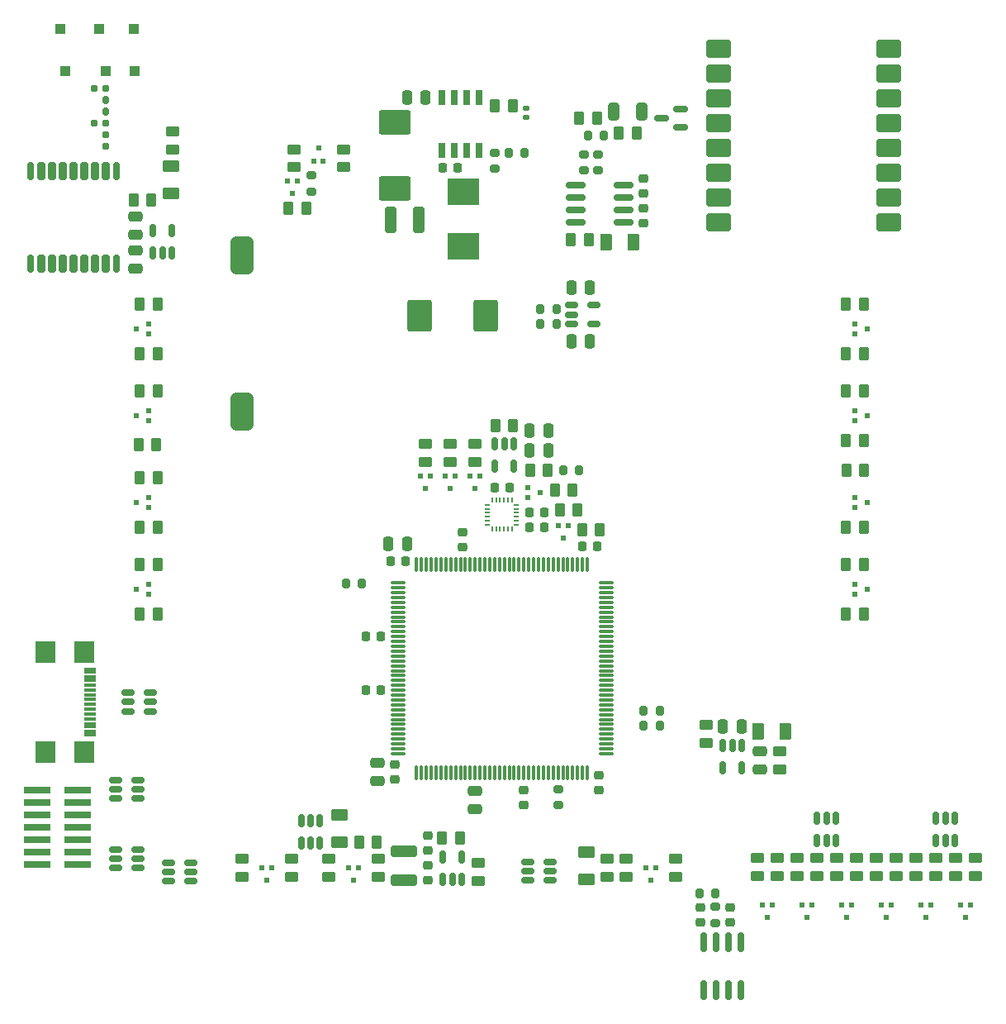
<source format=gtp>
%TF.GenerationSoftware,KiCad,Pcbnew,7.0.9*%
%TF.CreationDate,2023-11-27T13:52:55+01:00*%
%TF.ProjectId,Avionus_Flight_Controller,4176696f-6e75-4735-9f46-6c696768745f,1.0*%
%TF.SameCoordinates,Original*%
%TF.FileFunction,Paste,Top*%
%TF.FilePolarity,Positive*%
%FSLAX46Y46*%
G04 Gerber Fmt 4.6, Leading zero omitted, Abs format (unit mm)*
G04 Created by KiCad (PCBNEW 7.0.9) date 2023-11-27 13:52:55*
%MOMM*%
%LPD*%
G01*
G04 APERTURE LIST*
G04 Aperture macros list*
%AMRoundRect*
0 Rectangle with rounded corners*
0 $1 Rounding radius*
0 $2 $3 $4 $5 $6 $7 $8 $9 X,Y pos of 4 corners*
0 Add a 4 corners polygon primitive as box body*
4,1,4,$2,$3,$4,$5,$6,$7,$8,$9,$2,$3,0*
0 Add four circle primitives for the rounded corners*
1,1,$1+$1,$2,$3*
1,1,$1+$1,$4,$5*
1,1,$1+$1,$6,$7*
1,1,$1+$1,$8,$9*
0 Add four rect primitives between the rounded corners*
20,1,$1+$1,$2,$3,$4,$5,0*
20,1,$1+$1,$4,$5,$6,$7,0*
20,1,$1+$1,$6,$7,$8,$9,0*
20,1,$1+$1,$8,$9,$2,$3,0*%
G04 Aperture macros list end*
%ADD10RoundRect,0.200000X-0.200000X-0.275000X0.200000X-0.275000X0.200000X0.275000X-0.200000X0.275000X0*%
%ADD11RoundRect,0.250000X0.262500X0.450000X-0.262500X0.450000X-0.262500X-0.450000X0.262500X-0.450000X0*%
%ADD12R,0.500000X0.600000*%
%ADD13RoundRect,0.225000X0.250000X-0.225000X0.250000X0.225000X-0.250000X0.225000X-0.250000X-0.225000X0*%
%ADD14RoundRect,0.250000X-0.625000X0.375000X-0.625000X-0.375000X0.625000X-0.375000X0.625000X0.375000X0*%
%ADD15RoundRect,0.225000X0.225000X0.250000X-0.225000X0.250000X-0.225000X-0.250000X0.225000X-0.250000X0*%
%ADD16RoundRect,0.150000X0.512500X0.150000X-0.512500X0.150000X-0.512500X-0.150000X0.512500X-0.150000X0*%
%ADD17RoundRect,0.200000X0.275000X-0.200000X0.275000X0.200000X-0.275000X0.200000X-0.275000X-0.200000X0*%
%ADD18RoundRect,0.250000X-0.262500X-0.450000X0.262500X-0.450000X0.262500X0.450000X-0.262500X0.450000X0*%
%ADD19RoundRect,0.250000X0.325000X0.650000X-0.325000X0.650000X-0.325000X-0.650000X0.325000X-0.650000X0*%
%ADD20RoundRect,0.225000X-0.250000X0.225000X-0.250000X-0.225000X0.250000X-0.225000X0.250000X0.225000X0*%
%ADD21RoundRect,0.150000X0.150000X-0.825000X0.150000X0.825000X-0.150000X0.825000X-0.150000X-0.825000X0*%
%ADD22R,0.600000X0.500000*%
%ADD23RoundRect,0.250000X-0.250000X-0.475000X0.250000X-0.475000X0.250000X0.475000X-0.250000X0.475000X0*%
%ADD24RoundRect,0.150000X-0.825000X-0.150000X0.825000X-0.150000X0.825000X0.150000X-0.825000X0.150000X0*%
%ADD25RoundRect,0.250000X0.450000X-0.262500X0.450000X0.262500X-0.450000X0.262500X-0.450000X-0.262500X0*%
%ADD26RoundRect,0.160000X-0.160000X0.197500X-0.160000X-0.197500X0.160000X-0.197500X0.160000X0.197500X0*%
%ADD27RoundRect,0.200000X-0.275000X0.200000X-0.275000X-0.200000X0.275000X-0.200000X0.275000X0.200000X0*%
%ADD28RoundRect,0.150000X-0.512500X-0.150000X0.512500X-0.150000X0.512500X0.150000X-0.512500X0.150000X0*%
%ADD29RoundRect,0.250000X0.375000X0.625000X-0.375000X0.625000X-0.375000X-0.625000X0.375000X-0.625000X0*%
%ADD30RoundRect,0.150000X-0.150000X0.512500X-0.150000X-0.512500X0.150000X-0.512500X0.150000X0.512500X0*%
%ADD31RoundRect,0.250000X0.475000X-0.250000X0.475000X0.250000X-0.475000X0.250000X-0.475000X-0.250000X0*%
%ADD32RoundRect,0.250000X1.400000X1.000000X-1.400000X1.000000X-1.400000X-1.000000X1.400000X-1.000000X0*%
%ADD33RoundRect,0.155000X-0.212500X-0.155000X0.212500X-0.155000X0.212500X0.155000X-0.212500X0.155000X0*%
%ADD34RoundRect,0.250000X-0.375000X-0.625000X0.375000X-0.625000X0.375000X0.625000X-0.375000X0.625000X0*%
%ADD35RoundRect,0.050000X0.050000X-0.225000X0.050000X0.225000X-0.050000X0.225000X-0.050000X-0.225000X0*%
%ADD36RoundRect,0.050000X0.225000X0.050000X-0.225000X0.050000X-0.225000X-0.050000X0.225000X-0.050000X0*%
%ADD37RoundRect,0.250000X-0.475000X0.250000X-0.475000X-0.250000X0.475000X-0.250000X0.475000X0.250000X0*%
%ADD38RoundRect,0.150000X0.587500X0.150000X-0.587500X0.150000X-0.587500X-0.150000X0.587500X-0.150000X0*%
%ADD39RoundRect,0.150000X0.150000X-0.512500X0.150000X0.512500X-0.150000X0.512500X-0.150000X-0.512500X0*%
%ADD40RoundRect,0.200000X0.200000X0.275000X-0.200000X0.275000X-0.200000X-0.275000X0.200000X-0.275000X0*%
%ADD41R,3.200000X2.800000*%
%ADD42RoundRect,0.250000X-0.450000X0.262500X-0.450000X-0.262500X0.450000X-0.262500X0.450000X0.262500X0*%
%ADD43RoundRect,0.250000X0.325000X1.100000X-0.325000X1.100000X-0.325000X-1.100000X0.325000X-1.100000X0*%
%ADD44RoundRect,0.155000X0.212500X0.155000X-0.212500X0.155000X-0.212500X-0.155000X0.212500X-0.155000X0*%
%ADD45RoundRect,0.250000X0.250000X0.475000X-0.250000X0.475000X-0.250000X-0.475000X0.250000X-0.475000X0*%
%ADD46R,1.150000X0.300000*%
%ADD47R,2.000000X2.180000*%
%ADD48RoundRect,0.225000X-0.225000X-0.250000X0.225000X-0.250000X0.225000X0.250000X-0.225000X0.250000X0*%
%ADD49RoundRect,0.160000X0.160000X-0.222500X0.160000X0.222500X-0.160000X0.222500X-0.160000X-0.222500X0*%
%ADD50R,0.650000X1.525000*%
%ADD51RoundRect,0.250000X-1.000000X1.400000X-1.000000X-1.400000X1.000000X-1.400000X1.000000X1.400000X0*%
%ADD52RoundRect,0.600000X0.600000X-1.350000X0.600000X1.350000X-0.600000X1.350000X-0.600000X-1.350000X0*%
%ADD53R,1.000000X1.000000*%
%ADD54RoundRect,0.140000X-0.170000X0.140000X-0.170000X-0.140000X0.170000X-0.140000X0.170000X0.140000X0*%
%ADD55RoundRect,0.075000X0.662500X0.075000X-0.662500X0.075000X-0.662500X-0.075000X0.662500X-0.075000X0*%
%ADD56RoundRect,0.075000X0.075000X0.662500X-0.075000X0.662500X-0.075000X-0.662500X0.075000X-0.662500X0*%
%ADD57RoundRect,0.178000X1.072000X0.712000X-1.072000X0.712000X-1.072000X-0.712000X1.072000X-0.712000X0*%
%ADD58RoundRect,0.250000X1.100000X-0.325000X1.100000X0.325000X-1.100000X0.325000X-1.100000X-0.325000X0*%
%ADD59RoundRect,0.175000X0.175000X-0.725000X0.175000X0.725000X-0.175000X0.725000X-0.175000X-0.725000X0*%
%ADD60RoundRect,0.200000X0.200000X-0.700000X0.200000X0.700000X-0.200000X0.700000X-0.200000X-0.700000X0*%
%ADD61R,2.790000X0.740000*%
G04 APERTURE END LIST*
D10*
%TO.C,R207*%
X76886300Y-39175800D03*
X78536300Y-39175800D03*
%TD*%
D11*
%TO.C,R1221*%
X40917500Y-59690000D03*
X39092500Y-59690000D03*
%TD*%
D12*
%TO.C,Q1505*%
X73906000Y-72248000D03*
X72906000Y-72248000D03*
X73406000Y-73548000D03*
%TD*%
D11*
%TO.C,R1228*%
X113307500Y-86360000D03*
X111482500Y-86360000D03*
%TD*%
D13*
%TO.C,C212*%
X68580000Y-113678000D03*
X68580000Y-112128000D03*
%TD*%
D14*
%TO.C,D208*%
X59563000Y-106931000D03*
X59563000Y-109731000D03*
%TD*%
D15*
%TO.C,C208*%
X71641000Y-40690800D03*
X70091000Y-40690800D03*
%TD*%
D12*
%TO.C,Q1102*%
X61460000Y-112380000D03*
X60460000Y-112380000D03*
X60960000Y-113680000D03*
%TD*%
D16*
%TO.C,U1402*%
X44317500Y-113751400D03*
X44317500Y-112801400D03*
X44317500Y-111851400D03*
X42042500Y-111851400D03*
X42042500Y-112801400D03*
X42042500Y-113751400D03*
%TD*%
D12*
%TO.C,Q1101*%
X52570000Y-112380000D03*
X51570000Y-112380000D03*
X52070000Y-113680000D03*
%TD*%
D17*
%TO.C,R221*%
X98044000Y-118046000D03*
X98044000Y-116396000D03*
%TD*%
D18*
%TO.C,R1218*%
X39092500Y-63500000D03*
X40917500Y-63500000D03*
%TD*%
D16*
%TO.C,U402*%
X38881900Y-105293200D03*
X38881900Y-104343200D03*
X38881900Y-103393200D03*
X36606900Y-103393200D03*
X36606900Y-104343200D03*
X36606900Y-105293200D03*
%TD*%
D19*
%TO.C,C202*%
X90565500Y-34934000D03*
X87615500Y-34934000D03*
%TD*%
D20*
%TO.C,C220*%
X90678000Y-41770000D03*
X90678000Y-43320000D03*
%TD*%
D10*
%TO.C,R217*%
X80150200Y-55168800D03*
X81800200Y-55168800D03*
%TD*%
D21*
%TO.C,U209*%
X96901000Y-124903000D03*
X98171000Y-124903000D03*
X99441000Y-124903000D03*
X100711000Y-124903000D03*
X100711000Y-119953000D03*
X99441000Y-119953000D03*
X98171000Y-119953000D03*
X96901000Y-119953000D03*
%TD*%
D11*
%TO.C,R1223*%
X40917500Y-77470000D03*
X39092500Y-77470000D03*
%TD*%
D22*
%TO.C,Q1215*%
X112380000Y-74430000D03*
X112380000Y-75430000D03*
X113680000Y-74930000D03*
%TD*%
D11*
%TO.C,R1226*%
X113307500Y-68580000D03*
X111482500Y-68580000D03*
%TD*%
D22*
%TO.C,Q1212*%
X40020000Y-84320000D03*
X40020000Y-83320000D03*
X38720000Y-83820000D03*
%TD*%
D17*
%TO.C,R229*%
X56642000Y-43116000D03*
X56642000Y-41466000D03*
%TD*%
D23*
%TO.C,C218*%
X83317000Y-58420000D03*
X85217000Y-58420000D03*
%TD*%
D24*
%TO.C,U208*%
X83758000Y-42418000D03*
X83758000Y-43688000D03*
X83758000Y-44958000D03*
X83758000Y-46228000D03*
X88708000Y-46228000D03*
X88708000Y-44958000D03*
X88708000Y-43688000D03*
X88708000Y-42418000D03*
%TD*%
D25*
%TO.C,R1204*%
X116586000Y-113180500D03*
X116586000Y-111355500D03*
%TD*%
D11*
%TO.C,R228*%
X56157500Y-44831000D03*
X54332500Y-44831000D03*
%TD*%
D10*
%TO.C,R303*%
X60185800Y-83261200D03*
X61835800Y-83261200D03*
%TD*%
D26*
%TO.C,R1001*%
X35558000Y-37260500D03*
X35558000Y-38455500D03*
%TD*%
D25*
%TO.C,R1214*%
X122682000Y-113180500D03*
X122682000Y-111355500D03*
%TD*%
D11*
%TO.C,R1224*%
X40917500Y-86360000D03*
X39092500Y-86360000D03*
%TD*%
D18*
%TO.C,R210*%
X84114000Y-35569000D03*
X85939000Y-35569000D03*
%TD*%
D11*
%TO.C,R202*%
X71905500Y-109347000D03*
X70080500Y-109347000D03*
%TD*%
D18*
%TO.C,R1220*%
X39092500Y-81280000D03*
X40917500Y-81280000D03*
%TD*%
D25*
%TO.C,R1202*%
X108458000Y-113180500D03*
X108458000Y-111355500D03*
%TD*%
D27*
%TO.C,R304*%
X81950000Y-104331000D03*
X81950000Y-105981000D03*
%TD*%
D23*
%TO.C,C210*%
X79060000Y-67564000D03*
X80960000Y-67564000D03*
%TD*%
D25*
%TO.C,R1206*%
X106426000Y-113180500D03*
X106426000Y-111355500D03*
%TD*%
D28*
%TO.C,U207*%
X83378000Y-54742000D03*
X83378000Y-55692000D03*
X83378000Y-56642000D03*
X85653000Y-56642000D03*
X85653000Y-54742000D03*
%TD*%
D25*
%TO.C,R1215*%
X54849000Y-40583000D03*
X54849000Y-38758000D03*
%TD*%
D18*
%TO.C,R208*%
X75541500Y-67056000D03*
X77366500Y-67056000D03*
%TD*%
D17*
%TO.C,R206*%
X75476100Y-40762800D03*
X75476100Y-39112800D03*
%TD*%
D13*
%TO.C,C224*%
X99568000Y-117996000D03*
X99568000Y-116446000D03*
%TD*%
D20*
%TO.C,C305*%
X65176400Y-101790200D03*
X65176400Y-103340200D03*
%TD*%
D25*
%TO.C,R1209*%
X120650000Y-113180500D03*
X120650000Y-111355500D03*
%TD*%
D20*
%TO.C,C221*%
X96520000Y-116446000D03*
X96520000Y-117996000D03*
%TD*%
D17*
%TO.C,R222*%
X86055200Y-40957000D03*
X86055200Y-39307000D03*
%TD*%
D12*
%TO.C,Q1205*%
X120134000Y-116190000D03*
X119134000Y-116190000D03*
X119634000Y-117490000D03*
%TD*%
D14*
%TO.C,D205*%
X42291000Y-40510000D03*
X42291000Y-43310000D03*
%TD*%
D20*
%TO.C,C316*%
X78450000Y-104381000D03*
X78450000Y-105931000D03*
%TD*%
D29*
%TO.C,D204*%
X89665000Y-48260000D03*
X86865000Y-48260000D03*
%TD*%
D30*
%TO.C,U201*%
X100772000Y-99827500D03*
X99822000Y-99827500D03*
X98872000Y-99827500D03*
X98872000Y-102102500D03*
X100772000Y-102102500D03*
%TD*%
D15*
%TO.C,C308*%
X66307000Y-80924400D03*
X64757000Y-80924400D03*
%TD*%
D31*
%TO.C,C203*%
X102616000Y-102296000D03*
X102616000Y-100396000D03*
%TD*%
D32*
%TO.C,D202*%
X65214500Y-42779000D03*
X65214500Y-35979000D03*
%TD*%
D25*
%TO.C,R1205*%
X102362000Y-113180500D03*
X102362000Y-111355500D03*
%TD*%
D30*
%TO.C,U205*%
X77404000Y-68966500D03*
X76454000Y-68966500D03*
X75504000Y-68966500D03*
X75504000Y-71241500D03*
X77404000Y-71241500D03*
%TD*%
D12*
%TO.C,Q1203*%
X112006000Y-116190000D03*
X111006000Y-116190000D03*
X111506000Y-117490000D03*
%TD*%
D33*
%TO.C,C1001*%
X34423000Y-36080000D03*
X35558000Y-36080000D03*
%TD*%
D18*
%TO.C,R1217*%
X39092500Y-54610000D03*
X40917500Y-54610000D03*
%TD*%
D34*
%TO.C,D206*%
X102486000Y-98425000D03*
X105286000Y-98425000D03*
%TD*%
D12*
%TO.C,Q1202*%
X107942000Y-116190000D03*
X106942000Y-116190000D03*
X107442000Y-117490000D03*
%TD*%
D10*
%TO.C,R223*%
X96457000Y-114985800D03*
X98107000Y-114985800D03*
%TD*%
D35*
%TO.C,U1501*%
X75200000Y-77700000D03*
X75600000Y-77700000D03*
X76000000Y-77700000D03*
X76400000Y-77700000D03*
X76800000Y-77700000D03*
X77200000Y-77700000D03*
D36*
X77700000Y-77200000D03*
X77700000Y-76800000D03*
X77700000Y-76400000D03*
X77700000Y-76000000D03*
X77700000Y-75600000D03*
X77700000Y-75200000D03*
D35*
X77200000Y-74700000D03*
X76800000Y-74700000D03*
X76400000Y-74700000D03*
X76000000Y-74700000D03*
X75600000Y-74700000D03*
X75200000Y-74700000D03*
D36*
X74700000Y-75200000D03*
X74700000Y-75600000D03*
X74700000Y-76000000D03*
X74700000Y-76400000D03*
X74700000Y-76800000D03*
X74700000Y-77200000D03*
%TD*%
D11*
%TO.C,R1501*%
X80922500Y-71628000D03*
X79097500Y-71628000D03*
%TD*%
D22*
%TO.C,Q1216*%
X112380000Y-83320000D03*
X112380000Y-84320000D03*
X113680000Y-83820000D03*
%TD*%
D37*
%TO.C,C321*%
X73450000Y-104460000D03*
X73450000Y-106360000D03*
%TD*%
D38*
%TO.C,D201*%
X94473000Y-36519000D03*
X94473000Y-34619000D03*
X92598000Y-35569000D03*
%TD*%
D12*
%TO.C,Q1206*%
X124198000Y-116190000D03*
X123198000Y-116190000D03*
X123698000Y-117490000D03*
%TD*%
D25*
%TO.C,R1502*%
X68326000Y-70762500D03*
X68326000Y-68937500D03*
%TD*%
D12*
%TO.C,Q1201*%
X103878000Y-116190000D03*
X102878000Y-116190000D03*
X103378000Y-117490000D03*
%TD*%
D31*
%TO.C,C215*%
X38608000Y-47559000D03*
X38608000Y-45659000D03*
%TD*%
D39*
%TO.C,U1201*%
X108524000Y-109595500D03*
X109474000Y-109595500D03*
X110424000Y-109595500D03*
X110424000Y-107320500D03*
X109474000Y-107320500D03*
X108524000Y-107320500D03*
%TD*%
D31*
%TO.C,C209*%
X38608000Y-50988000D03*
X38608000Y-49088000D03*
%TD*%
D40*
%TO.C,R302*%
X92392000Y-96266000D03*
X90742000Y-96266000D03*
%TD*%
D25*
%TO.C,R1208*%
X114554000Y-113180500D03*
X114554000Y-111355500D03*
%TD*%
D41*
%TO.C,L201*%
X72275700Y-43132200D03*
X72275700Y-48732200D03*
%TD*%
D40*
%TO.C,R301*%
X92392000Y-97790000D03*
X90742000Y-97790000D03*
%TD*%
D18*
%TO.C,R1503*%
X82145500Y-75692000D03*
X83970500Y-75692000D03*
%TD*%
D42*
%TO.C,R1306*%
X42418000Y-36933500D03*
X42418000Y-38758500D03*
%TD*%
D18*
%TO.C,R1231*%
X111507900Y-71628000D03*
X113332900Y-71628000D03*
%TD*%
%TO.C,R1506*%
X81637500Y-73660000D03*
X83462500Y-73660000D03*
%TD*%
%TO.C,R1219*%
X39092500Y-72390000D03*
X40917500Y-72390000D03*
%TD*%
D12*
%TO.C,Q1503*%
X82999200Y-77328000D03*
X81999200Y-77328000D03*
X82499200Y-78628000D03*
%TD*%
D39*
%TO.C,U1202*%
X120716000Y-109595500D03*
X121666000Y-109595500D03*
X122616000Y-109595500D03*
X122616000Y-107320500D03*
X121666000Y-107320500D03*
X120716000Y-107320500D03*
%TD*%
D25*
%TO.C,R232*%
X104648000Y-102258500D03*
X104648000Y-100433500D03*
%TD*%
D22*
%TO.C,Q1501*%
X78852000Y-73414000D03*
X78852000Y-74414000D03*
X80152000Y-73914000D03*
%TD*%
D12*
%TO.C,Q1204*%
X116070000Y-116190000D03*
X115070000Y-116190000D03*
X115570000Y-117490000D03*
%TD*%
D14*
%TO.C,D209*%
X84836000Y-110741000D03*
X84836000Y-113541000D03*
%TD*%
D43*
%TO.C,C219*%
X67705500Y-45983000D03*
X64755500Y-45983000D03*
%TD*%
D23*
%TO.C,C303*%
X64582000Y-79197200D03*
X66482000Y-79197200D03*
%TD*%
D25*
%TO.C,R1207*%
X110490000Y-113180500D03*
X110490000Y-111355500D03*
%TD*%
D44*
%TO.C,C1002*%
X35558000Y-32524000D03*
X34423000Y-32524000D03*
%TD*%
D45*
%TO.C,C206*%
X68348900Y-33435400D03*
X66448900Y-33435400D03*
%TD*%
D46*
%TO.C,J801*%
X33946972Y-92037600D03*
X33946972Y-92837600D03*
X33946972Y-94137600D03*
X33946972Y-95137600D03*
X33946972Y-95637600D03*
X33946972Y-96637600D03*
X33946972Y-97937600D03*
X33946972Y-98737600D03*
X33946972Y-98437600D03*
X33946972Y-97637600D03*
X33946972Y-97137600D03*
X33946972Y-96137600D03*
X33946972Y-94637600D03*
X33946972Y-93637600D03*
X33946972Y-93137600D03*
X33946972Y-92337600D03*
D47*
X33371972Y-90277600D03*
X29441972Y-90277600D03*
X33371972Y-100497600D03*
X29441972Y-100497600D03*
%TD*%
D25*
%TO.C,R1213*%
X118618000Y-113180500D03*
X118618000Y-111355500D03*
%TD*%
D11*
%TO.C,R1225*%
X113307500Y-59690000D03*
X111482500Y-59690000D03*
%TD*%
D15*
%TO.C,C307*%
X63767000Y-88685000D03*
X62217000Y-88685000D03*
%TD*%
D39*
%TO.C,U1101*%
X55641200Y-109798700D03*
X56591200Y-109798700D03*
X57541200Y-109798700D03*
X57541200Y-107523700D03*
X56591200Y-107523700D03*
X55641200Y-107523700D03*
%TD*%
D11*
%TO.C,R234*%
X63396500Y-109728000D03*
X61571500Y-109728000D03*
%TD*%
%TO.C,R205*%
X77303000Y-34299000D03*
X75478000Y-34299000D03*
%TD*%
D22*
%TO.C,Q1210*%
X40020000Y-66540000D03*
X40020000Y-65540000D03*
X38720000Y-66040000D03*
%TD*%
D15*
%TO.C,C1503*%
X76975000Y-73406000D03*
X75425000Y-73406000D03*
%TD*%
D48*
%TO.C,C1501*%
X78981000Y-75946000D03*
X80531000Y-75946000D03*
%TD*%
%TO.C,C309*%
X84416600Y-79451200D03*
X85966600Y-79451200D03*
%TD*%
D18*
%TO.C,R1230*%
X111482500Y-63500000D03*
X113307500Y-63500000D03*
%TD*%
D49*
%TO.C,L1001*%
X35558000Y-34874500D03*
X35558000Y-33729500D03*
%TD*%
D50*
%TO.C,U202*%
X70040500Y-38916000D03*
X71310500Y-38916000D03*
X72580500Y-38916000D03*
X73850500Y-38916000D03*
X73850500Y-33492000D03*
X72580500Y-33492000D03*
X71310500Y-33492000D03*
X70040500Y-33492000D03*
%TD*%
D18*
%TO.C,R1229*%
X111482500Y-54610000D03*
X113307500Y-54610000D03*
%TD*%
D25*
%TO.C,R1102*%
X58420000Y-113307500D03*
X58420000Y-111482500D03*
%TD*%
D18*
%TO.C,R230*%
X83288500Y-48006000D03*
X85113500Y-48006000D03*
%TD*%
D25*
%TO.C,R1505*%
X73406000Y-70762500D03*
X73406000Y-68937500D03*
%TD*%
D42*
%TO.C,R1212*%
X88900000Y-111482500D03*
X88900000Y-113307500D03*
%TD*%
D12*
%TO.C,Q1207*%
X56889000Y-39963000D03*
X57889000Y-39963000D03*
X57389000Y-38663000D03*
%TD*%
D42*
%TO.C,R1216*%
X93980000Y-111482500D03*
X93980000Y-113307500D03*
%TD*%
D39*
%TO.C,U203*%
X70170000Y-113532500D03*
X71120000Y-113532500D03*
X72070000Y-113532500D03*
X72070000Y-111257500D03*
X70170000Y-111257500D03*
%TD*%
D12*
%TO.C,Q1502*%
X68826000Y-72248000D03*
X67826000Y-72248000D03*
X68326000Y-73548000D03*
%TD*%
D51*
%TO.C,D203*%
X74545400Y-55854600D03*
X67745400Y-55854600D03*
%TD*%
D23*
%TO.C,C213*%
X83317000Y-52959000D03*
X85217000Y-52959000D03*
%TD*%
D25*
%TO.C,R1203*%
X112522000Y-113180500D03*
X112522000Y-111355500D03*
%TD*%
D23*
%TO.C,C216*%
X79060000Y-69596000D03*
X80960000Y-69596000D03*
%TD*%
D11*
%TO.C,R1227*%
X113307500Y-77470000D03*
X111482500Y-77470000D03*
%TD*%
D31*
%TO.C,C304*%
X63449200Y-103515200D03*
X63449200Y-101615200D03*
%TD*%
D52*
%TO.C,BT201*%
X49530000Y-49658000D03*
X49530000Y-65658000D03*
%TD*%
D25*
%TO.C,R1101*%
X49530000Y-113307500D03*
X49530000Y-111482500D03*
%TD*%
D42*
%TO.C,R1211*%
X59929000Y-38758000D03*
X59929000Y-40583000D03*
%TD*%
D25*
%TO.C,R204*%
X97155000Y-99591500D03*
X97155000Y-97766500D03*
%TD*%
%TO.C,R203*%
X73787000Y-113688500D03*
X73787000Y-111863500D03*
%TD*%
D20*
%TO.C,C223*%
X90678000Y-44818000D03*
X90678000Y-46368000D03*
%TD*%
D53*
%TO.C,AE1001*%
X30925200Y-26454800D03*
X31455200Y-30784800D03*
X34925200Y-26454800D03*
X38425200Y-26454800D03*
X35555200Y-30784800D03*
X38555200Y-30784800D03*
%TD*%
D17*
%TO.C,R220*%
X84582000Y-40957000D03*
X84582000Y-39307000D03*
%TD*%
D10*
%TO.C,R225*%
X82487000Y-71678800D03*
X84137000Y-71678800D03*
%TD*%
D45*
%TO.C,C201*%
X100772000Y-97917000D03*
X98872000Y-97917000D03*
%TD*%
D25*
%TO.C,R1210*%
X124714000Y-113180500D03*
X124714000Y-111355500D03*
%TD*%
D20*
%TO.C,C204*%
X68580000Y-109080000D03*
X68580000Y-110630000D03*
%TD*%
D22*
%TO.C,Q1211*%
X40020000Y-75430000D03*
X40020000Y-74430000D03*
X38720000Y-74930000D03*
%TD*%
D42*
%TO.C,R1104*%
X63500000Y-111482500D03*
X63500000Y-113307500D03*
%TD*%
%TO.C,R1103*%
X54610000Y-111482500D03*
X54610000Y-113307500D03*
%TD*%
D48*
%TO.C,C1502*%
X78981000Y-77470000D03*
X80531000Y-77470000D03*
%TD*%
D18*
%TO.C,R1232*%
X111482500Y-81280000D03*
X113307500Y-81280000D03*
%TD*%
D54*
%TO.C,C207*%
X78676500Y-34553000D03*
X78676500Y-35513000D03*
%TD*%
D22*
%TO.C,Q1213*%
X112380000Y-56650000D03*
X112380000Y-57650000D03*
X113680000Y-57150000D03*
%TD*%
%TO.C,Q1214*%
X112380000Y-65540000D03*
X112380000Y-66540000D03*
X113680000Y-66040000D03*
%TD*%
D12*
%TO.C,Q201*%
X55237000Y-42022000D03*
X54237000Y-42022000D03*
X54737000Y-43322000D03*
%TD*%
D55*
%TO.C,U301*%
X86862500Y-100685000D03*
X86862500Y-100185000D03*
X86862500Y-99685000D03*
X86862500Y-99185000D03*
X86862500Y-98685000D03*
X86862500Y-98185000D03*
X86862500Y-97685000D03*
X86862500Y-97185000D03*
X86862500Y-96685000D03*
X86862500Y-96185000D03*
X86862500Y-95685000D03*
X86862500Y-95185000D03*
X86862500Y-94685000D03*
X86862500Y-94185000D03*
X86862500Y-93685000D03*
X86862500Y-93185000D03*
X86862500Y-92685000D03*
X86862500Y-92185000D03*
X86862500Y-91685000D03*
X86862500Y-91185000D03*
X86862500Y-90685000D03*
X86862500Y-90185000D03*
X86862500Y-89685000D03*
X86862500Y-89185000D03*
X86862500Y-88685000D03*
X86862500Y-88185000D03*
X86862500Y-87685000D03*
X86862500Y-87185000D03*
X86862500Y-86685000D03*
X86862500Y-86185000D03*
X86862500Y-85685000D03*
X86862500Y-85185000D03*
X86862500Y-84685000D03*
X86862500Y-84185000D03*
X86862500Y-83685000D03*
X86862500Y-83185000D03*
D56*
X84950000Y-81272500D03*
X84450000Y-81272500D03*
X83950000Y-81272500D03*
X83450000Y-81272500D03*
X82950000Y-81272500D03*
X82450000Y-81272500D03*
X81950000Y-81272500D03*
X81450000Y-81272500D03*
X80950000Y-81272500D03*
X80450000Y-81272500D03*
X79950000Y-81272500D03*
X79450000Y-81272500D03*
X78950000Y-81272500D03*
X78450000Y-81272500D03*
X77950000Y-81272500D03*
X77450000Y-81272500D03*
X76950000Y-81272500D03*
X76450000Y-81272500D03*
X75950000Y-81272500D03*
X75450000Y-81272500D03*
X74950000Y-81272500D03*
X74450000Y-81272500D03*
X73950000Y-81272500D03*
X73450000Y-81272500D03*
X72950000Y-81272500D03*
X72450000Y-81272500D03*
X71950000Y-81272500D03*
X71450000Y-81272500D03*
X70950000Y-81272500D03*
X70450000Y-81272500D03*
X69950000Y-81272500D03*
X69450000Y-81272500D03*
X68950000Y-81272500D03*
X68450000Y-81272500D03*
X67950000Y-81272500D03*
X67450000Y-81272500D03*
D55*
X65537500Y-83185000D03*
X65537500Y-83685000D03*
X65537500Y-84185000D03*
X65537500Y-84685000D03*
X65537500Y-85185000D03*
X65537500Y-85685000D03*
X65537500Y-86185000D03*
X65537500Y-86685000D03*
X65537500Y-87185000D03*
X65537500Y-87685000D03*
X65537500Y-88185000D03*
X65537500Y-88685000D03*
X65537500Y-89185000D03*
X65537500Y-89685000D03*
X65537500Y-90185000D03*
X65537500Y-90685000D03*
X65537500Y-91185000D03*
X65537500Y-91685000D03*
X65537500Y-92185000D03*
X65537500Y-92685000D03*
X65537500Y-93185000D03*
X65537500Y-93685000D03*
X65537500Y-94185000D03*
X65537500Y-94685000D03*
X65537500Y-95185000D03*
X65537500Y-95685000D03*
X65537500Y-96185000D03*
X65537500Y-96685000D03*
X65537500Y-97185000D03*
X65537500Y-97685000D03*
X65537500Y-98185000D03*
X65537500Y-98685000D03*
X65537500Y-99185000D03*
X65537500Y-99685000D03*
X65537500Y-100185000D03*
X65537500Y-100685000D03*
D56*
X67450000Y-102597500D03*
X67950000Y-102597500D03*
X68450000Y-102597500D03*
X68950000Y-102597500D03*
X69450000Y-102597500D03*
X69950000Y-102597500D03*
X70450000Y-102597500D03*
X70950000Y-102597500D03*
X71450000Y-102597500D03*
X71950000Y-102597500D03*
X72450000Y-102597500D03*
X72950000Y-102597500D03*
X73450000Y-102597500D03*
X73950000Y-102597500D03*
X74450000Y-102597500D03*
X74950000Y-102597500D03*
X75450000Y-102597500D03*
X75950000Y-102597500D03*
X76450000Y-102597500D03*
X76950000Y-102597500D03*
X77450000Y-102597500D03*
X77950000Y-102597500D03*
X78450000Y-102597500D03*
X78950000Y-102597500D03*
X79450000Y-102597500D03*
X79950000Y-102597500D03*
X80450000Y-102597500D03*
X80950000Y-102597500D03*
X81450000Y-102597500D03*
X81950000Y-102597500D03*
X82450000Y-102597500D03*
X82950000Y-102597500D03*
X83450000Y-102597500D03*
X83950000Y-102597500D03*
X84450000Y-102597500D03*
X84950000Y-102597500D03*
%TD*%
D28*
%TO.C,U1401*%
X78872500Y-111775200D03*
X78872500Y-112725200D03*
X78872500Y-113675200D03*
X81147500Y-113675200D03*
X81147500Y-112725200D03*
X81147500Y-111775200D03*
%TD*%
D57*
%TO.C,U901*%
X115863000Y-46228000D03*
X115863000Y-43688000D03*
X115863000Y-41148000D03*
X115863000Y-38608000D03*
X115863000Y-36068000D03*
X115863000Y-33528000D03*
X115863000Y-30988000D03*
X115863000Y-28448000D03*
X98413000Y-28448000D03*
X98413000Y-30988000D03*
X98413000Y-33528000D03*
X98413000Y-36068000D03*
X98413000Y-38608000D03*
X98413000Y-41148000D03*
X98413000Y-43688000D03*
X98413000Y-46228000D03*
%TD*%
D58*
%TO.C,C214*%
X66167000Y-113616000D03*
X66167000Y-110666000D03*
%TD*%
D25*
%TO.C,R235*%
X86995000Y-113307500D03*
X86995000Y-111482500D03*
%TD*%
D12*
%TO.C,Q1208*%
X91940000Y-112380000D03*
X90940000Y-112380000D03*
X91440000Y-113680000D03*
%TD*%
D13*
%TO.C,C312*%
X72186800Y-79565800D03*
X72186800Y-78015800D03*
%TD*%
D18*
%TO.C,R1508*%
X84431500Y-77724000D03*
X86256500Y-77724000D03*
%TD*%
D11*
%TO.C,R201*%
X90003000Y-37093000D03*
X88178000Y-37093000D03*
%TD*%
D59*
%TO.C,U1001*%
X27858000Y-50470000D03*
D60*
X28958000Y-50470000D03*
X30058000Y-50470000D03*
X31158000Y-50470000D03*
X32258000Y-50470000D03*
X33358000Y-50470000D03*
X34458000Y-50470000D03*
X35558000Y-50470000D03*
D59*
X36658000Y-50470000D03*
X36658000Y-40970000D03*
D60*
X35558000Y-40970000D03*
X34458000Y-40970000D03*
X33358000Y-40970000D03*
X32258000Y-40970000D03*
X31158000Y-40970000D03*
X30058000Y-40970000D03*
X28958000Y-40970000D03*
D59*
X27858000Y-40970000D03*
%TD*%
D10*
%TO.C,R214*%
X85012000Y-37338000D03*
X86662000Y-37338000D03*
%TD*%
D12*
%TO.C,Q1504*%
X71366000Y-72248000D03*
X70366000Y-72248000D03*
X70866000Y-73548000D03*
%TD*%
D25*
%TO.C,R1201*%
X104394000Y-113180500D03*
X104394000Y-111355500D03*
%TD*%
D20*
%TO.C,C313*%
X86106000Y-102907800D03*
X86106000Y-104457800D03*
%TD*%
D16*
%TO.C,U801*%
X40163972Y-96337600D03*
X40163972Y-95387600D03*
X40163972Y-94437600D03*
X37888972Y-94437600D03*
X37888972Y-95387600D03*
X37888972Y-96337600D03*
%TD*%
D18*
%TO.C,R231*%
X38457500Y-43942000D03*
X40282500Y-43942000D03*
%TD*%
D16*
%TO.C,U401*%
X38881900Y-112405200D03*
X38881900Y-111455200D03*
X38881900Y-110505200D03*
X36606900Y-110505200D03*
X36606900Y-111455200D03*
X36606900Y-112405200D03*
%TD*%
D22*
%TO.C,Q1209*%
X40020000Y-57650000D03*
X40020000Y-56650000D03*
X38720000Y-57150000D03*
%TD*%
D11*
%TO.C,R1222*%
X40790500Y-69037200D03*
X38965500Y-69037200D03*
%TD*%
D40*
%TO.C,R213*%
X81800200Y-56642000D03*
X80150200Y-56642000D03*
%TD*%
D15*
%TO.C,C306*%
X63767000Y-94185000D03*
X62217000Y-94185000D03*
%TD*%
D25*
%TO.C,R1504*%
X70866000Y-70762500D03*
X70866000Y-68937500D03*
%TD*%
D39*
%TO.C,U204*%
X40452000Y-49397500D03*
X41402000Y-49397500D03*
X42352000Y-49397500D03*
X42352000Y-47122500D03*
X40452000Y-47122500D03*
%TD*%
D61*
%TO.C,J401*%
X28597400Y-104444800D03*
X32667400Y-104444800D03*
X28597400Y-105714800D03*
X32667400Y-105714800D03*
X28597400Y-106984800D03*
X32667400Y-106984800D03*
X28597400Y-108254800D03*
X32667400Y-108254800D03*
X28597400Y-109524800D03*
X32667400Y-109524800D03*
X28597400Y-110794800D03*
X32667400Y-110794800D03*
X28597400Y-112064800D03*
X32667400Y-112064800D03*
%TD*%
M02*

</source>
